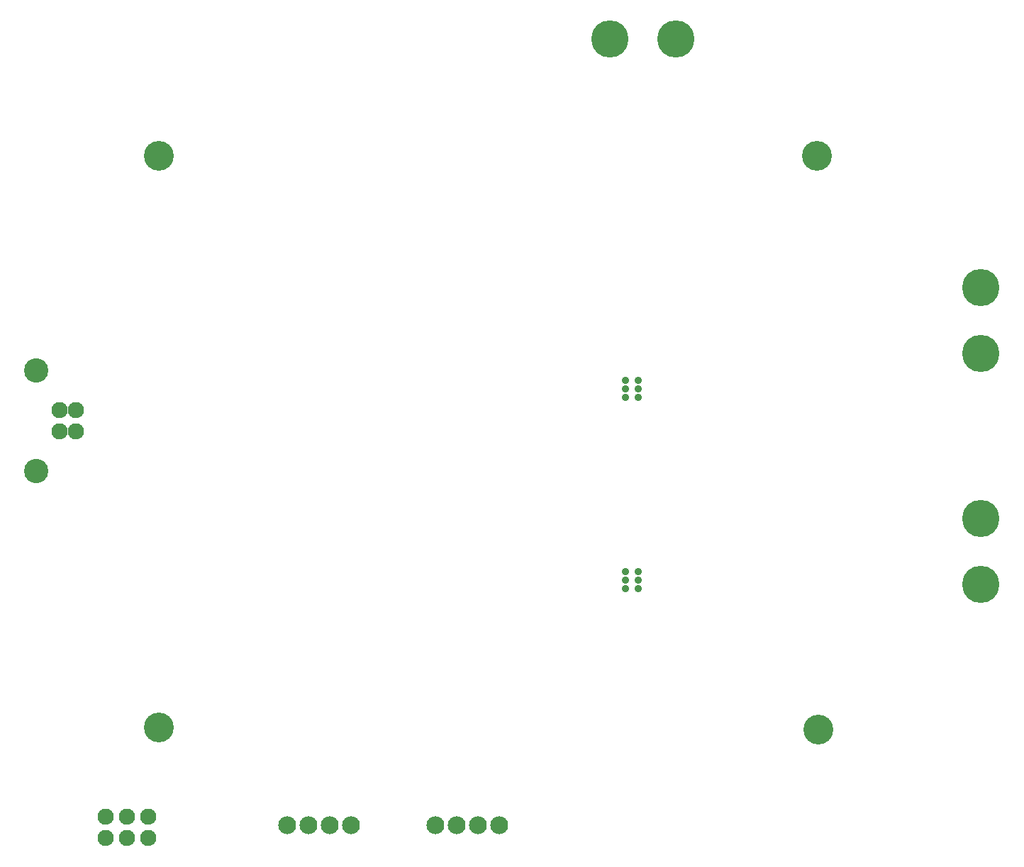
<source format=gbr>
G04 EAGLE Gerber RS-274X export*
G75*
%MOMM*%
%FSLAX34Y34*%
%LPD*%
%INSoldermask Bottom*%
%IPPOS*%
%AMOC8*
5,1,8,0,0,1.08239X$1,22.5*%
G01*
%ADD10C,2.133600*%
%ADD11C,1.930400*%
%ADD12C,2.895600*%
%ADD13C,0.909600*%
%ADD14C,4.445000*%
%ADD15C,3.556000*%


D10*
X407670Y87630D03*
X433070Y87630D03*
X458470Y87630D03*
X483870Y87630D03*
X584200Y87630D03*
X609600Y87630D03*
X635000Y87630D03*
X660400Y87630D03*
D11*
X155062Y559000D03*
X155062Y584000D03*
X135250Y584000D03*
X135250Y559000D03*
D12*
X108072Y511302D03*
X108072Y631698D03*
D11*
X190500Y72390D03*
X215900Y72390D03*
X241300Y72390D03*
X190500Y97790D03*
X215900Y97790D03*
X241300Y97790D03*
D13*
X811530Y619760D03*
X826770Y619760D03*
X811530Y609600D03*
X826770Y609600D03*
X811530Y599440D03*
X826770Y599440D03*
X811530Y391160D03*
X826770Y391160D03*
X811530Y381000D03*
X826770Y381000D03*
X811530Y370840D03*
X826770Y370840D03*
D14*
X1235710Y730250D03*
X1235710Y651510D03*
X1235710Y454660D03*
X1235710Y375920D03*
X792480Y1027430D03*
X871220Y1027430D03*
D15*
X254000Y204470D03*
X1041146Y202438D03*
X1040130Y887730D03*
X254254Y888238D03*
M02*

</source>
